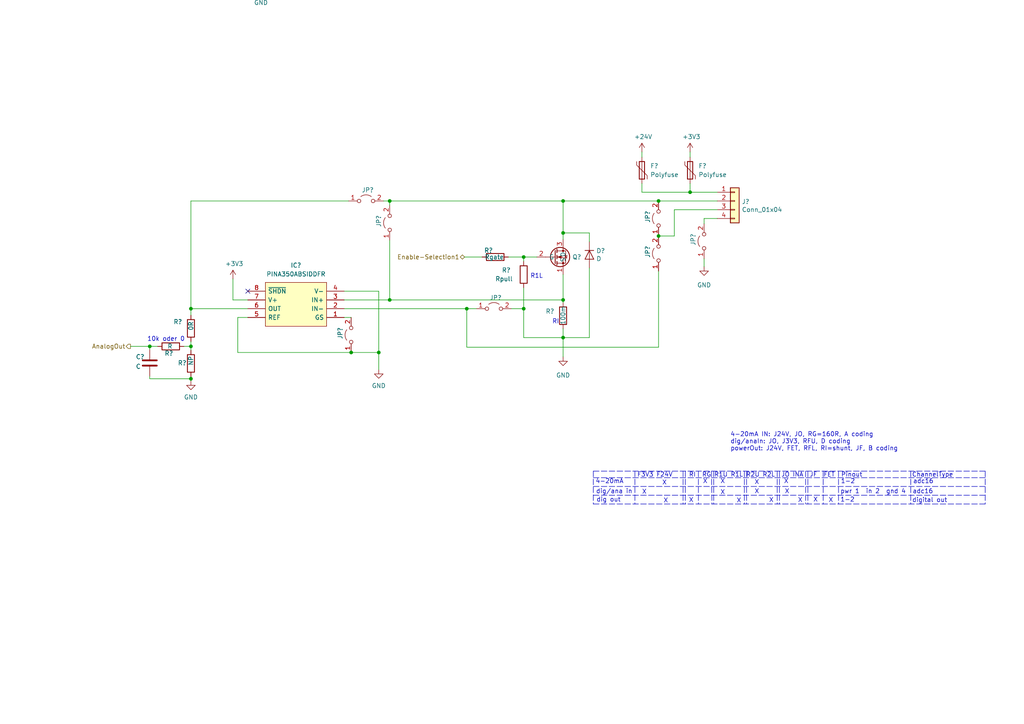
<source format=kicad_sch>
(kicad_sch (version 20211123) (generator eeschema)
  (paper "A4")
  (lib_symbols
    (symbol "Connector_Generic:Conn_01x04" (pin_names (offset 1.016) hide)
      (property "Reference" "J" (at 0 5.08 0))
      (property "Value" "Conn_01x04" (at 0 -7.62 0))
      (symbol "Conn_01x04_1_1"
        (rectangle (start -1.27 -4.953) (end 0 -5.207) (stroke (width 0.1524)))
        (rectangle (start -1.27 -2.413) (end 0 -2.667) (stroke (width 0.1524)))
        (rectangle (start -1.27 0.127) (end 0 -0.127) (stroke (width 0.1524)))
        (rectangle (start -1.27 2.667) (end 0 2.413) (stroke (width 0.1524)))
        (rectangle (start -1.27 3.81) (end 1.27 -6.35) (stroke (width 0.254)) (fill (type background)))
        (pin passive line (at -5.08 2.54 0) (length 3.81) (name "Pin_1") (number "1"))
        (pin passive line (at -5.08 0 0) (length 3.81) (name "Pin_2") (number "2"))
        (pin passive line (at -5.08 -2.54 0) (length 3.81) (name "Pin_3") (number "3"))
        (pin passive line (at -5.08 -5.08 0) (length 3.81) (name "Pin_4") (number "4"))
      )
    )
    (symbol "Device:C" (pin_numbers hide) (pin_names (offset 0.254))
      (property "Reference" "C" (at 0.635 2.54 0))
      (property "Value" "C" (at 0.635 -2.54 0))
      (symbol "C_0_1"
        (polyline (pts (xy -2.032 -0.762) (xy 2.032 -0.762)) (stroke (width 0.508)))
        (polyline (pts (xy -2.032 0.762) (xy 2.032 0.762)) (stroke (width 0.508)))
      )
      (symbol "C_1_1"
        (pin passive line (at 0 3.81 270) (length 2.794) (name "~") (number "1"))
        (pin passive line (at 0 -3.81 90) (length 2.794) (name "~") (number "2"))
      )
    )
    (symbol "Device:D" (pin_numbers hide) (pin_names (offset 1.016) hide)
      (property "Reference" "D" (at 0 2.54 0))
      (property "Value" "D" (at 0 -2.54 0))
      (symbol "D_0_1"
        (polyline (pts (xy -1.27 1.27) (xy -1.27 -1.27)) (stroke (width 0.2032)))
        (polyline (pts (xy 1.27 0) (xy -1.27 0)))
        (polyline (pts (xy 1.27 1.27) (xy 1.27 -1.27) (xy -1.27 0) (xy 1.27 1.27)) (stroke (width 0.2032)))
      )
      (symbol "D_1_1"
        (pin passive line (at -3.81 0 0) (length 2.54) (name "K") (number "1"))
        (pin passive line (at 3.81 0 180) (length 2.54) (name "A") (number "2"))
      )
    )
    (symbol "Device:Polyfuse" (pin_numbers hide) (pin_names (offset 0))
      (property "Reference" "F" (at -2.54 0 90))
      (property "Value" "Polyfuse" (at 2.54 0 90))
      (symbol "Polyfuse_0_1"
        (rectangle (start -0.762 2.54) (end 0.762 -2.54) (stroke (width 0.254)))
        (polyline (pts (xy 0 2.54) (xy 0 -2.54)))
        (polyline (pts (xy -1.524 2.54) (xy -1.524 1.524) (xy 1.524 -1.524) (xy 1.524 -2.54)))
      )
      (symbol "Polyfuse_1_1"
        (pin passive line (at 0 3.81 270) (length 1.27) (name "~") (number "1"))
        (pin passive line (at 0 -3.81 90) (length 1.27) (name "~") (number "2"))
      )
    )
    (symbol "Device:R" (pin_numbers hide) (pin_names (offset 0))
      (property "Reference" "R" (at 2.032 0 90))
      (property "Value" "R" (at 0 0 90))
      (symbol "R_0_1"
        (rectangle (start -1.016 -2.54) (end 1.016 2.54) (stroke (width 0.254)))
      )
      (symbol "R_1_1"
        (pin passive line (at 0 3.81 270) (length 1.27) (name "~") (number "1"))
        (pin passive line (at 0 -3.81 90) (length 1.27) (name "~") (number "2"))
      )
    )
    (symbol "Jumper:Jumper_2_Open" (pin_names (offset 0) hide)
      (property "Reference" "JP" (at 0 2.794 0))
      (property "Value" "Jumper_2_Open" (at 0 -2.286 0))
      (symbol "Jumper_2_Open_0_0"
        (circle (center -2.032 0) (radius 0.508))
        (circle (center 2.032 0) (radius 0.508))
      )
      (symbol "Jumper_2_Open_0_1"
        (arc (start 1.524 1.27) (mid 0 1.778) (end -1.524 1.27))
      )
      (symbol "Jumper_2_Open_1_1"
        (pin passive line (at -5.08 0 0) (length 2.54) (name "A") (number "1"))
        (pin passive line (at 5.08 0 180) (length 2.54) (name "B") (number "2"))
      )
    )
    (symbol "TXV_Library_Symbols:BSZ0902NSATMA1" (pin_names (offset 1.016))
      (property "Reference" "Q" (at -3.81 2.54 0))
      (property "Value" "BSZ0902NSATMA1" (at 11.43 3.81 0))
      (symbol "BSZ0902NSATMA1_1_1"
        (polyline (pts (xy -1.016 0) (xy -3.81 0)))
        (polyline (pts (xy -1.016 1.905) (xy -1.016 -1.905)) (stroke (width 0.254)))
        (polyline (pts (xy -0.508 -1.27) (xy -0.508 -2.286)) (stroke (width 0.254)))
        (polyline (pts (xy -0.508 0.508) (xy -0.508 -0.508)) (stroke (width 0.254)))
        (polyline (pts (xy -0.508 2.286) (xy -0.508 1.27)) (stroke (width 0.254)))
        (polyline (pts (xy 1.27 2.54) (xy 1.27 1.778)))
        (polyline (pts (xy 1.27 -2.54) (xy 1.27 0) (xy -0.508 0)))
        (polyline (pts (xy -0.508 -1.778) (xy 2.032 -1.778) (xy 2.032 1.778) (xy -0.508 1.778)))
        (polyline (pts (xy -0.254 0) (xy 0.762 0.381) (xy 0.762 -0.381) (xy -0.254 0)) (fill (type outline)))
        (polyline (pts (xy 1.524 0.508) (xy 1.651 0.381) (xy 2.413 0.381) (xy 2.54 0.254)))
        (polyline (pts (xy 2.032 0.381) (xy 1.651 -0.254) (xy 2.413 -0.254) (xy 2.032 0.381)))
        (circle (center 0.381 0) (radius 2.794) (stroke (width 0.254)))
        (circle (center 1.27 -1.778) (radius 0.254) (fill (type outline)))
        (circle (center 1.27 1.778) (radius 0.254) (fill (type outline)))
        (pin passive line (at 1.27 -5.08 90) (length 2.54) (name "S") (number "1"))
        (pin input line (at -6.35 0 0) (length 2.54) (name "G") (number "2"))
        (pin passive line (at 1.27 5.08 270) (length 2.54) (name "D") (number "3"))
      )
    )
    (symbol "TXV_Library_Symbols:PINA350ABSIDDFR" (pin_names (offset 0.762))
      (property "Reference" "IC" (at 24.13 7.62 0))
      (property "Value" "PINA350ABSIDDFR" (at 24.13 5.08 0))
      (symbol "PINA350ABSIDDFR_0_0"
        (pin passive line (at 0 0 0) (length 5.08) (name "GS") (number "1"))
        (pin passive line (at 0 -2.54 0) (length 5.08) (name "IN-") (number "2"))
        (pin passive line (at 0 -5.08 0) (length 5.08) (name "IN+") (number "3"))
        (pin passive line (at 0 -7.62 0) (length 5.08) (name "V-") (number "4"))
        (pin passive line (at 27.94 0 180) (length 5.08) (name "REF") (number "5"))
        (pin passive line (at 27.94 -2.54 180) (length 5.08) (name "OUT") (number "6"))
        (pin passive line (at 27.94 -5.08 180) (length 5.08) (name "V+") (number "7"))
        (pin passive line (at 27.94 -7.62 180) (length 5.08) (name "~{SHDN}") (number "8"))
      )
      (symbol "PINA350ABSIDDFR_0_1"
        (polyline (pts (xy 5.08 2.54) (xy 22.86 2.54) (xy 22.86 -10.16) (xy 5.08 -10.16) (xy 5.08 2.54)) (stroke (width 0.1524)) (fill (type background)))
      )
    )
    (symbol "power:+24V" (power) (pin_names (offset 0))
      (property "Value" "+24V" (at 0 3.556 0))
      (symbol "+24V_0_1"
        (polyline (pts (xy -0.762 1.27) (xy 0 2.54)))
        (polyline (pts (xy 0 0) (xy 0 2.54)))
        (polyline (pts (xy 0 2.54) (xy 0.762 1.27)))
      )
      (symbol "+24V_1_1"
        (pin power_in line (at 0 0 90) (length 0) hide (name "+24V") (number "1"))
      )
    )
    (symbol "power:+3.3V" (power) (pin_names (offset 0))
      (property "Value" "+3.3V" (at 0 3.556 0))
      (symbol "+3.3V_0_1"
        (polyline (pts (xy -0.762 1.27) (xy 0 2.54)))
        (polyline (pts (xy 0 0) (xy 0 2.54)))
        (polyline (pts (xy 0 2.54) (xy 0.762 1.27)))
      )
      (symbol "+3.3V_1_1"
        (pin power_in line (at 0 0 90) (length 0) hide (name "+3V3") (number "1"))
      )
    )
    (symbol "power:GND" (power) (pin_names (offset 0))
      (property "Value" "GND" (at 0 -3.81 0))
      (symbol "GND_0_1"
        (polyline (pts (xy 0 0) (xy 0 -1.27) (xy 1.27 -1.27) (xy 0 -2.54) (xy -1.27 -1.27) (xy 0 -1.27)))
      )
      (symbol "GND_1_1"
        (pin power_in line (at 0 0 270) (length 0) hide (name "GND") (number "1"))
      )
    )
  )
  (junction (at 151.892 89.535))
  (junction (at -132.588 82.677))
  (junction (at 200.152 55.753))
  (junction (at 163.322 67.564))
  (junction (at 113.03 58.293))
  (junction (at -55.88 78.994))
  (junction (at 135.382 89.535))
  (junction (at 75.692 -15.748))
  (junction (at -78.105 84.582))
  (junction (at 86.868 -15.748))
  (junction (at -55.88 78.867))
  (junction (at 191.008 58.293))
  (junction (at -70.993 158.242))
  (junction (at 191.008 68.453))
  (junction (at 163.322 86.995))
  (junction (at 163.322 97.917))
  (junction (at 218.948 -35.306))
  (junction (at 101.854 102.235))
  (junction (at -67.31 74.422))
  (junction (at -55.88 69.342))
  (junction (at -55.88 49.784))
  (junction (at -67.31 56.769))
  (junction (at -86.106 84.582))
  (junction (at 151.892 74.549))
  (junction (at 75.692 -5.08))
  (junction (at 43.434 100.457))
  (junction (at 59.436 -15.748))
  (junction (at 55.372 89.535))
  (junction (at -78.994 158.242))
  (junction (at 55.372 100.457))
  (junction (at 109.855 102.235))
  (junction (at 113.03 86.995))
  (junction (at 163.322 58.293))
  (junction (at 55.372 109.855))
  (junction (at 200.406 -18.034))
  (no_connect (at 88.392 -10.668))
  (no_connect (at -43.18 42.418))
  (no_connect (at -43.18 39.878))
  (no_connect (at 71.882 84.455))
  (no_connect (at -108.966 140.462))
  (no_connect (at -116.078 66.802))
  (polyline (pts (xy 202.565 136.652) (xy 202.565 146.177)))
  (wire (pts (xy -132.588 71.882) (xy -116.078 71.882)))
  (wire (pts (xy -55.88 78.994) (xy -55.88 80.01)))
  (polyline (pts (xy 206.375 136.652) (xy 206.502 146.177)))
  (wire (pts (xy 113.03 69.723) (xy 113.03 86.995)))
  (wire (pts (xy -55.88 78.867) (xy -55.88 78.994)))
  (wire (pts (xy 163.322 79.629) (xy 163.322 86.995)))
  (wire (pts (xy 75.692 -15.748) (xy 75.692 -13.462)))
  (wire (pts (xy -67.31 65.659) (xy -67.31 74.422)))
  (wire (pts (xy 200.406 -19.304) (xy 200.406 -18.034)))
  (wire (pts (xy 113.03 86.995) (xy 163.322 86.995)))
  (wire (pts (xy -78.105 84.582) (xy -78.105 89.535)))
  (polyline (pts (xy 172.085 136.652) (xy 172.085 146.177)))
  (wire (pts (xy -132.588 71.882) (xy -132.588 73.787)))
  (polyline (pts (xy 243.205 136.652) (xy 243.205 146.177)))
  (wire (pts (xy -56.007 24.003) (xy -56.007 25.4)))
  (wire (pts (xy 55.372 99.06) (xy 55.372 100.457)))
  (wire (pts (xy 37.846 100.457) (xy 43.434 100.457)))
  (wire (pts (xy -118.999 84.582) (xy -86.106 84.582)))
  (wire (pts (xy -55.88 78.867) (xy -59.69 78.867)))
  (wire (pts (xy 75.692 -20.32) (xy 75.692 -18.288)))
  (wire (pts (xy 86.868 -15.748) (xy 88.392 -15.748)))
  (wire (pts (xy 148.336 89.535) (xy 151.892 89.535)))
  (polyline (pts (xy 172.085 136.652) (xy 285.75 136.652)))
  (wire (pts (xy 218.948 -32.766) (xy 218.948 -35.306)))
  (polyline (pts (xy 198.12 136.652) (xy 198.12 146.177)))
  (wire (pts (xy -55.88 37.338) (xy -55.88 49.784)))
  (wire (pts (xy 75.692 -15.748) (xy 86.868 -15.748)))
  (wire (pts (xy -84.455 56.769) (xy -79.375 56.769)))
  (wire (pts (xy 86.868 -15.748) (xy 86.868 -13.208)))
  (wire (pts (xy 222.758 -32.766) (xy 218.948 -32.766)))
  (wire (pts (xy 208.026 63.373) (xy 204.216 63.373)))
  (wire (pts (xy 191.008 58.293) (xy 208.026 58.293)))
  (wire (pts (xy 163.322 97.917) (xy 170.942 97.917)))
  (polyline (pts (xy 172.085 141.097) (xy 285.75 141.097)))
  (wire (pts (xy 200.152 44.069) (xy 200.152 45.593)))
  (wire (pts (xy 218.948 -35.306) (xy 222.758 -35.306)))
  (wire (pts (xy 70.866 -15.748) (xy 75.692 -15.748)))
  (wire (pts (xy -61.214 130.302) (xy -61.214 130.556)))
  (wire (pts (xy 135.382 100.711) (xy 135.382 89.535)))
  (wire (pts (xy 113.03 58.293) (xy 163.322 58.293)))
  (wire (pts (xy 55.372 89.535) (xy 71.882 89.535)))
  (wire (pts (xy -61.214 138.176) (xy -61.214 140.462)))
  (wire (pts (xy -82.804 74.422) (xy -67.31 74.422)))
  (wire (pts (xy 204.216 63.373) (xy 204.216 64.897)))
  (wire (pts (xy 151.892 75.819) (xy 151.892 74.549)))
  (wire (pts (xy -78.994 158.242) (xy -70.993 158.242)))
  (wire (pts (xy 43.434 109.093) (xy 43.434 109.855)))
  (wire (pts (xy 191.008 100.711) (xy 135.382 100.711)))
  (wire (pts (xy 186.182 44.069) (xy 186.182 45.593)))
  (wire (pts (xy 191.008 78.613) (xy 191.008 100.711)))
  (wire (pts (xy -88.138 66.802) (xy -78.105 66.802)))
  (wire (pts (xy -120.396 69.342) (xy -116.078 69.342)))
  (wire (pts (xy -56.007 34.798) (xy -43.18 34.798)))
  (wire (pts (xy 113.03 58.293) (xy 113.03 59.563)))
  (wire (pts (xy 195.58 60.833) (xy 195.58 68.453)))
  (wire (pts (xy -70.993 140.462) (xy -70.993 158.242)))
  (wire (pts (xy 204.216 75.057) (xy 204.216 77.343)))
  (wire (pts (xy -48.26 49.784) (xy -55.88 49.784)))
  (wire (pts (xy -132.588 81.407) (xy -132.588 82.677)))
  (wire (pts (xy -67.31 58.039) (xy -67.31 56.769)))
  (wire (pts (xy 43.434 100.457) (xy 43.434 101.473)))
  (wire (pts (xy -67.31 74.422) (xy -59.69 74.422)))
  (wire (pts (xy -59.69 78.867) (xy -59.69 74.422)))
  (wire (pts (xy 200.406 -16.764) (xy 200.406 -18.034)))
  (wire (pts (xy 200.406 -35.306) (xy 218.948 -35.306)))
  (wire (pts (xy -82.804 71.882) (xy -82.804 74.422)))
  (wire (pts (xy -132.588 91.567) (xy -132.588 92.837)))
  (wire (pts (xy -81.026 143.002) (xy -57.404 143.002)))
  (wire (pts (xy 151.892 83.439) (xy 151.892 89.535)))
  (wire (pts (xy 151.892 74.549) (xy 155.702 74.549)))
  (wire (pts (xy 200.152 53.213) (xy 200.152 55.753)))
  (wire (pts (xy -55.88 61.849) (xy -55.88 69.342)))
  (wire (pts (xy 163.322 95.377) (xy 163.322 97.917)))
  (polyline (pts (xy 234.315 136.652) (xy 234.315 146.177)))
  (wire (pts (xy 53.34 100.457) (xy 55.372 100.457)))
  (wire (pts (xy -55.88 49.784) (xy -55.88 51.689)))
  (wire (pts (xy -56.007 33.02) (xy -56.007 34.798)))
  (wire (pts (xy 43.434 109.855) (xy 55.372 109.855)))
  (wire (pts (xy 163.322 86.995) (xy 163.322 87.757)))
  (polyline (pts (xy 215.9 136.652) (xy 215.9 146.177)))
  (wire (pts (xy -118.11 145.542) (xy -108.966 145.542)))
  (wire (pts (xy -81.026 140.462) (xy -70.993 140.462)))
  (wire (pts (xy 170.942 70.104) (xy 170.942 67.564)))
  (wire (pts (xy -57.404 148.082) (xy -60.96 148.082)))
  (wire (pts (xy 43.434 100.457) (xy 45.72 100.457)))
  (wire (pts (xy 200.152 55.753) (xy 186.182 55.753)))
  (wire (pts (xy -132.588 82.677) (xy -138.938 82.677)))
  (wire (pts (xy 67.564 86.995) (xy 71.882 86.995)))
  (wire (pts (xy 99.822 89.535) (xy 135.382 89.535)))
  (wire (pts (xy -55.88 69.977) (xy -55.88 69.342)))
  (polyline (pts (xy 172.085 146.177) (xy 285.75 146.177)))
  (wire (pts (xy -78.105 66.802) (xy -78.105 84.582)))
  (wire (pts (xy 170.942 77.724) (xy 170.942 97.917)))
  (polyline (pts (xy 198.755 136.652) (xy 198.755 146.177)))
  (polyline (pts (xy 264.16 136.652) (xy 264.16 146.177)))
  (wire (pts (xy -108.966 148.082) (xy -111.887 148.082)))
  (wire (pts (xy -55.88 37.338) (xy -43.18 37.338)))
  (wire (pts (xy 200.406 -39.497) (xy 200.406 -37.846)))
  (wire (pts (xy 151.892 97.917) (xy 163.322 97.917)))
  (wire (pts (xy 208.026 60.833) (xy 195.58 60.833)))
  (wire (pts (xy 111.252 58.293) (xy 113.03 58.293)))
  (wire (pts (xy -116.078 74.422) (xy -118.999 74.422)))
  (wire (pts (xy -111.887 158.242) (xy -78.994 158.242)))
  (wire (pts (xy -57.404 140.462) (xy -61.214 140.462)))
  (wire (pts (xy 200.406 -9.144) (xy 200.406 -7.874)))
  (polyline (pts (xy 184.15 136.652) (xy 184.15 146.177)))
  (wire (pts (xy -113.284 136.906) (xy -113.284 143.002)))
  (wire (pts (xy -48.26 52.324) (xy -48.26 49.784)))
  (wire (pts (xy 55.372 109.22) (xy 55.372 109.855)))
  (wire (pts (xy 55.372 58.293) (xy 101.092 58.293)))
  (wire (pts (xy 218.694 -30.226) (xy 218.694 -25.654)))
  (wire (pts (xy 99.822 84.455) (xy 109.855 84.455)))
  (wire (pts (xy 86.868 -13.208) (xy 88.392 -13.208)))
  (wire (pts (xy -48.26 78.994) (xy -55.88 78.994)))
  (wire (pts (xy 222.758 -30.226) (xy 218.694 -30.226)))
  (wire (pts (xy 200.406 -26.924) (xy 200.406 -35.306)))
  (wire (pts (xy 101.854 92.075) (xy 99.822 92.075)))
  (wire (pts (xy 67.564 80.899) (xy 67.564 86.995)))
  (wire (pts (xy 109.855 84.455) (xy 109.855 102.235)))
  (polyline (pts (xy 172.085 143.637) (xy 285.75 143.637)))
  (wire (pts (xy 71.882 92.075) (xy 68.961 92.075)))
  (wire (pts (xy 59.436 -5.842) (xy 59.436 -5.08)))
  (wire (pts (xy 55.88 -15.748) (xy 59.436 -15.748)))
  (polyline (pts (xy 216.535 136.652) (xy 216.535 146.177)))
  (wire (pts (xy 75.692 -28.956) (xy 75.692 -27.94)))
  (wire (pts (xy 195.58 68.453) (xy 191.008 68.453)))
  (wire (pts (xy 55.372 109.855) (xy 55.372 110.49)))
  (wire (pts (xy 59.436 -15.748) (xy 59.436 -13.462)))
  (polyline (pts (xy 238.76 136.652) (xy 238.76 146.177)))
  (polyline (pts (xy 285.75 136.652) (xy 285.75 146.177)))
  (wire (pts (xy 55.372 89.535) (xy 55.372 58.293)))
  (wire (pts (xy -55.88 77.597) (xy -55.88 78.867)))
  (wire (pts (xy -86.106 84.582) (xy -78.105 84.582)))
  (wire (pts (xy 68.961 92.075) (xy 68.961 102.235)))
  (wire (pts (xy 75.692 -5.08) (xy 75.692 -4.572)))
  (wire (pts (xy -111.887 148.082) (xy -111.887 158.242)))
  (wire (pts (xy 163.322 97.917) (xy 163.322 103.505)))
  (wire (pts (xy -120.396 63.246) (xy -120.396 69.342)))
  (wire (pts (xy 134.747 74.549) (xy 139.827 74.549)))
  (wire (pts (xy -132.588 83.947) (xy -132.588 82.677)))
  (wire (pts (xy -81.026 145.542) (xy -57.404 145.542)))
  (wire (pts (xy -71.755 56.769) (xy -67.31 56.769)))
  (wire (pts (xy 208.026 55.753) (xy 200.152 55.753)))
  (wire (pts (xy 99.822 86.995) (xy 113.03 86.995)))
  (polyline (pts (xy 225.425 136.652) (xy 225.425 146.177)))
  (wire (pts (xy -70.993 158.242) (xy -70.993 163.195)))
  (wire (pts (xy -60.96 148.082) (xy -60.96 149.352)))
  (wire (pts (xy 55.372 100.457) (xy 55.372 101.6)))
  (wire (pts (xy 163.322 67.564) (xy 170.942 67.564)))
  (wire (pts (xy 109.855 102.235) (xy 109.855 107.188)))
  (wire (pts (xy -78.994 148.082) (xy -81.026 148.082)))
  (wire (pts (xy 163.322 58.293) (xy 191.008 58.293)))
  (polyline (pts (xy 172.085 138.557) (xy 285.75 138.557)))
  (wire (pts (xy 186.182 53.213) (xy 186.182 55.753)))
  (wire (pts (xy 68.961 102.235) (xy 101.854 102.235)))
  (wire (pts (xy 135.382 89.535) (xy 138.176 89.535)))
  (wire (pts (xy -113.284 143.002) (xy -108.966 143.002)))
  (wire (pts (xy -67.31 56.769) (xy -63.5 56.769)))
  (polyline (pts (xy 226.06 136.652) (xy 226.06 146.177)))
  (wire (pts (xy 75.692 -18.288) (xy 88.392 -18.288)))
  (wire (pts (xy 59.436 -15.748) (xy 63.246 -15.748)))
  (wire (pts (xy 151.892 89.535) (xy 151.892 97.917)))
  (wire (pts (xy 163.322 67.564) (xy 163.322 58.293)))
  (wire (pts (xy 147.447 74.549) (xy 151.892 74.549)))
  (wire (pts (xy 101.854 102.235) (xy 109.855 102.235)))
  (polyline (pts (xy 207.01 136.652) (xy 207.01 146.177)))
  (wire (pts (xy -88.138 69.342) (xy -55.88 69.342)))
  (wire (pts (xy -86.106 74.422) (xy -88.138 74.422)))
  (wire (pts (xy -118.999 74.422) (xy -118.999 84.582)))
  (wire (pts (xy -88.138 71.882) (xy -82.804 71.882)))
  (wire (pts (xy 163.322 67.564) (xy 163.322 69.469)))
  (wire (pts (xy 59.436 -5.08) (xy 75.692 -5.08)))
  (wire (pts (xy 75.692 -5.842) (xy 75.692 -5.08)))
  (polyline (pts (xy 233.68 136.652) (xy 233.68 146.177)))
  (wire (pts (xy 200.406 -48.641) (xy 200.406 -47.117)))
  (wire (pts (xy 200.406 -18.034) (xy 194.056 -18.034)))
  (wire (pts (xy -48.26 59.944) (xy -48.26 78.994)))
  (wire (pts (xy 200.406 -37.846) (xy 222.758 -37.846)))
  (wire (pts (xy 55.372 89.535) (xy 55.372 91.44)))
  (text "X" (at 235.839 145.796 0) (effects (font (size 1.27 1.27)) (justify left bottom)))
  (text "X" (at 199.771 145.923 0) (effects (font (size 1.27 1.27)) (justify left bottom)))
  (text "X" (at 203.835 140.462 0) (effects (font (size 1.27 1.27)) (justify left bottom)))
  (text "digital out" (at 264.541 145.923 0) (effects (font (size 1.27 1.27)) (justify left bottom)))
  (text "X" (at 186.182 143.51 0) (effects (font (size 1.27 1.27)) (justify left bottom)))
  (text "RI" (at 160.147 94.107 0) (effects (font (size 1.27 1.27)) (justify left bottom)))
  (text "4-20mA IN: J24V, JO, RG=160R, A coding\ndig/anaIn: JO, J3V3, RFU, D coding\npowerOut: J24V, FET, RFL, RI=shunt, JF, B coding" (at 211.836 130.937 0) (effects (font (size 1.27 1.27)) (justify left bottom)))
  (text "adc16" (at 264.668 143.383 0) (effects (font (size 1.27 1.27)) (justify left bottom)))
  (text "R1L" (at 153.797 80.899 0) (effects (font (size 1.27 1.27)) (justify left bottom)))
  (text "X" (at 227.584 143.383 0) (effects (font (size 1.27 1.27)) (justify left bottom)))
  (text "X" (at 218.821 140.716 0) (effects (font (size 1.27 1.27)) (justify left bottom)))
  (text "X" (at 240.284 145.923 0) (effects (font (size 1.27 1.27)) (justify left bottom)))
  (text "X" (at 208.915 140.462 0) (effects (font (size 1.27 1.27)) (justify left bottom)))
  (text "dig/ana in" (at 172.847 143.383 0) (effects (font (size 1.27 1.27)) (justify left bottom)))
  (text "1-2" (at 243.84 140.462 0) (effects (font (size 1.27 1.27)) (justify left bottom)))
  (text "X" (at 192.024 140.843 0) (effects (font (size 1.27 1.27)) (justify left bottom)))
  (text "adc16" (at 264.795 140.462 0) (effects (font (size 1.27 1.27)) (justify left bottom)))
  (text "F3V3 F24V     RI  RG R1U R1L R2U R2L  JO INA  JF  FET  Pinout               ChannelType" (at 184.785 138.557 0) (effects (font (size 1.27 1.27)) (justify left bottom)))
  (text "R1L" (at -65.405 63.119 0) (effects (font (size 1.27 1.27)) (justify left bottom)))
  (text "RI" (at -59.055 76.327 0) (effects (font (size 1.27 1.27)) (justify left bottom)))
  (text "4-20mA" (at 172.72 140.462 0) (effects (font (size 1.27 1.27)) (justify left bottom)))
  (text "10k oder 0" (at 42.672 99.187 0) (effects (font (size 1.27 1.27)) (justify left bottom)))
  (text "X" (at 218.821 143.383 0) (effects (font (size 1.27 1.27)) (justify left bottom)))
  (text "dig out" (at 172.974 145.796 0) (effects (font (size 1.27 1.27)) (justify left bottom)))
  (text "Bridge" (at -86.106 127.762 0) (effects (font (size 1.27 1.27)) (justify left bottom)))
  (text "X" (at 231.394 145.923 0) (effects (font (size 1.27 1.27)) (justify left bottom)))
  (text "pwr 1  in 2  gnd 4" (at 243.713 143.383 0) (effects (font (size 1.27 1.27)) (justify left bottom)))
  (text "X" (at 208.915 143.637 0) (effects (font (size 1.27 1.27)) (justify left bottom)))
  (text "4 - 20 mA" (at 83.82 -30.988 0) (effects (font (size 1.27 1.27)) (justify left bottom)))
  (text "X" (at 227.33 140.462 0) (effects (font (size 1.27 1.27)) (justify left bottom)))
  (text "Digital Out" (at -91.694 41.275 0) (effects (font (size 1.27 1.27)) (justify left bottom)))
  (text "X" (at 192.405 146.05 0) (effects (font (size 1.27 1.27)) (justify left bottom)))
  (text "1-2" (at 243.713 145.796 0) (effects (font (size 1.27 1.27)) (justify left bottom)))
  (text "X" (at 223.012 145.923 0) (effects (font (size 1.27 1.27)) (justify left bottom)))
  (text "X" (at 213.614 146.05 0) (effects (font (size 1.27 1.27)) (justify left bottom)))
  (text "Digital/Analog In" (at 212.852 -52.07 0) (effects (font (size 1.27 1.27)) (justify left bottom)))
  (hierarchical_label "AnalogOut" (shape output) (at -138.938 82.677 180))
  (hierarchical_label "AnalogOut" (shape output) (at 37.846 100.457 180))
  (hierarchical_label "AnalogOut" (shape output) (at -118.11 145.542 180))
  (hierarchical_label "Enable-Selection1" (shape bidirectional) (at 134.747 74.549 180))
  (hierarchical_label "AnalogOut" (shape output) (at 194.056 -18.034 180))
  (hierarchical_label "AnalogOut" (shape output) (at 55.88 -15.748 180))
  (hierarchical_label "Enable-Selection1" (shape bidirectional) (at -84.455 56.769 180))
  (symbol (lib_id "Connector_Generic:Conn_01x04") (at 227.838 -35.306 0)
    (property "Reference" "J3" (at 229.87 -35.1028 0) (effects (justify left)))
    (property "Value" "Conn_01x04" (at 229.87 -32.7914 0) (effects (justify left)))
    (property "Footprint" "TXV_Library_Footprints:TE_M12_4_Pin_PCB" (effects hide))
  )
  (symbol (lib_id "Connector_Generic:Conn_01x04") (at 93.472 -15.748 0)
    (property "Reference" "J?" (at 95.504 -15.5448 0) (effects (justify left)))
    (property "Value" "Conn_01x04" (at 95.504 -13.2334 0) (effects (justify left)))
    (property "Footprint" "TXV_Library_Footprints:TE_M12_4_Pin_PCB" (effects hide))
  )
  (symbol (lib_id "TXV_Library_Symbols:BSZ0902NSATMA1") (at -57.15 56.769 0)
    (property "Reference" "Q?" (at -53.213 56.769 0) (effects (justify left)))
    (property "Value" "BSZ0902NSATMA1" (effects hide))
    (property "Footprint" "TXV_Library_Footprints:PG_TSDSON-8" (effects hide))
  )
  (symbol (lib_id "Connector_Generic:Conn_01x04") (at -38.1 37.338 0)
    (property "Reference" "J?" (at -36.068 37.5412 0) (effects (justify left)))
    (property "Value" "Conn_01x04" (at -36.068 39.8526 0) (effects (justify left)))
    (property "Footprint" "TXV_Library_Footprints:TE_M12_4_Pin_PCB" (effects hide))
  )
  (symbol (lib_id "Device:R") (at 67.056 -15.748 90)
    (property "Reference" "R?" (at 68.326 -17.78 90) (effects (justify left)))
    (property "Value" "10k" (at 68.58 -15.748 90) (effects (justify left)))
    (property "Footprint" "Resistor_SMD:R_0603_1608Metric" (effects hide))
  )
  (symbol (lib_id "power:GND") (at 204.216 77.343 0)
    (property "Reference" "#PWR?" (effects hide))
    (property "Value" "GND" (at 204.216 82.677 0))
  )
  (symbol (lib_id "power:+3.3V") (at 67.564 80.899 0)
    (property "Reference" "#PWR?" (effects hide))
    (property "Value" "+3.3V" (at 67.945 76.5048 0))
  )
  (symbol (lib_id "Device:R") (at 55.372 105.41 0)
    (property "Reference" "R?" (at 51.562 105.283 0) (effects (justify left)))
    (property "Value" "NP" (at 55.372 106.045 90) (effects (justify left)))
    (property "Footprint" "Resistor_SMD:R_0603_1608Metric" (effects hide))
  )
  (symbol (lib_id "TXV_Library_Symbols:BSZ0902NSATMA1") (at 162.052 74.549 0)
    (property "Reference" "Q?" (at 165.989 74.549 0) (effects (justify left)))
    (property "Value" "BSZ0902NSATMA1" (effects hide))
    (property "Footprint" "TXV_Library_Footprints:PG_TSDSON-8" (effects hide))
  )
  (symbol (lib_id "power:GND") (at 218.694 -25.654 0)
    (property "Reference" "#PWR?" (effects hide))
    (property "Value" "GND" (at 218.694 -20.32 0))
  )
  (symbol (lib_id "power:+3.3V") (at 200.406 -48.641 0)
    (property "Reference" "#PWR017" (effects hide))
    (property "Value" "+3.3V" (at 200.787 -53.0352 0))
  )
  (symbol (lib_id "power:GND") (at 55.372 110.49 0)
    (property "Reference" "#PWR?" (effects hide))
    (property "Value" "GND" (at 55.372 115.189 0))
  )
  (symbol (lib_id "Jumper:Jumper_2_Open") (at 191.008 63.373 90)
    (property "Reference" "JP?" (at 187.833 64.643 0) (effects (justify left)))
    (property "Value" "Jumper_2_Open" (effects hide))
    (property "Footprint" "Jumper:SolderJumper-2_P1.3mm_Open_TrianglePad1.0x1.5mm" (effects hide))
  )
  (symbol (lib_id "TXV_Library_Symbols:PINA350ABSIDDFR") (at -88.138 74.422 180)
    (property "Reference" "IC?" (at -102.108 59.309 0))
    (property "Value" "PINA350ABSIDDFR" (at -102.108 61.849 0))
    (property "Footprint" "TXV_Library_Footprints:SOT65P280X110-8N" (effects hide))
    (property "Datasheet" "https://www.ti.com/lit/ds/symlink/ina350.pdf?ts=1645143706286&ref_url=https%253A%252F%252Fwww.ti.com%252Fproduct%252FINA350" (effects hide))
    (property "Description" "INA350 Cost and Size Optimized, Low Power, 1.8-V to 5.5-V Selectable Gain Instrumentation Amplifier" (effects hide))
    (property "Height" "1.1" (effects hide))
    (property "Manufacturer_Name" "Texas Instruments" (effects hide))
    (property "Manufacturer_Part_Number" "PINA350ABSIDDFR" (effects hide))
  )
  (symbol (lib_id "Connector_Generic:Conn_01x04") (at -52.324 143.002 0)
    (property "Reference" "J?" (at -50.292 143.2052 0) (effects (justify left)))
    (property "Value" "Conn_01x04" (at -50.292 145.5166 0) (effects (justify left)))
    (property "Footprint" "TXV_Library_Footprints:TE_M12_4_Pin_PCB" (effects hide))
  )
  (symbol (lib_id "Device:Polyfuse") (at -61.214 134.366 0)
    (property "Reference" "F?" (at -58.801 133.0959 0) (effects (justify left)))
    (property "Value" "Polyfuse" (at -58.801 135.6359 0) (effects (justify left)))
    (property "Footprint" "TXV_Library_Footprints:0805L110SL PPTC Polyfuse Littelfuse" (effects hide))
  )
  (symbol (lib_id "Device:R") (at -67.31 61.849 0)
    (property "Reference" "R?" (at -73.66 60.579 0) (effects (justify left)))
    (property "Value" "Rpull" (at -75.565 63.119 0) (effects (justify left)))
    (property "Footprint" "Resistor_SMD:R_0603_1608Metric" (effects hide))
  )
  (symbol (lib_id "power:+3.3V") (at 200.152 44.069 0)
    (property "Reference" "#PWR?" (effects hide))
    (property "Value" "+3.3V" (at 200.533 39.6748 0))
  )
  (symbol (lib_id "Device:Polyfuse") (at 200.406 -43.307 0)
    (property "Reference" "F1" (at 202.819 -44.5771 0) (effects (justify left)))
    (property "Value" "Polyfuse" (at 202.819 -42.0371 0) (effects (justify left)))
    (property "Footprint" "TXV_Library_Footprints:0805L110SL PPTC Polyfuse Littelfuse" (effects hide))
  )
  (symbol (lib_id "power:GND") (at 109.855 107.188 0)
    (property "Reference" "#PWR?" (effects hide))
    (property "Value" "GND" (at 109.855 111.887 0))
  )
  (symbol (lib_id "Device:R") (at -132.588 87.757 0)
    (property "Reference" "R?" (at -137.668 85.852 0) (effects (justify left)))
    (property "Value" "NP" (at -132.588 88.392 90) (effects (justify left)))
    (property "Footprint" "Resistor_SMD:R_0603_1608Metric" (effects hide))
  )
  (symbol (lib_id "Device:Polyfuse") (at 186.182 49.403 0)
    (property "Reference" "F?" (at 188.595 48.1329 0) (effects (justify left)))
    (property "Value" "Polyfuse" (at 188.595 50.6729 0) (effects (justify left)))
    (property "Footprint" "TXV_Library_Footprints:0805L110SL PPTC Polyfuse Littelfuse" (effects hide))
  )
  (symbol (lib_id "Jumper:Jumper_2_Open") (at -78.994 153.162 90)
    (property "Reference" "JP?" (at -82.169 154.432 0) (effects (justify left)))
    (property "Value" "Jumper_2_Open" (effects hide))
    (property "Footprint" "Jumper:SolderJumper-2_P1.3mm_Open_TrianglePad1.0x1.5mm" (effects hide))
  )
  (symbol (lib_id "power:GND") (at 75.692 -4.572 0)
    (property "Reference" "#PWR0104" (effects hide))
    (property "Value" "GND" (at 75.692 0.762 0))
  )
  (symbol (lib_id "TXV_Library_Symbols:PINA350ABSIDDFR") (at 99.822 92.075 180)
    (property "Reference" "IC?" (at 85.852 76.962 0))
    (property "Value" "PINA350ABSIDDFR" (at 85.852 79.502 0))
    (property "Footprint" "TXV_Library_Footprints:SOT65P280X110-8N" (effects hide))
    (property "Datasheet" "https://www.ti.com/lit/ds/symlink/ina350.pdf?ts=1645143706286&ref_url=https%253A%252F%252Fwww.ti.com%252Fproduct%252FINA350" (effects hide))
    (property "Description" "INA350 Cost and Size Optimized, Low Power, 1.8-V to 5.5-V Selectable Gain Instrumentation Amplifier" (effects hide))
    (property "Height" "1.1" (effects hide))
    (property "Manufacturer_Name" "Texas Instruments" (effects hide))
    (property "Manufacturer_Part_Number" "PINA350ABSIDDFR" (effects hide))
  )
  (symbol (lib_id "Device:Polyfuse") (at 75.692 -24.13 0)
    (property "Reference" "F?" (at 78.105 -25.4001 0) (effects (justify left)))
    (property "Value" "Polyfuse" (at 78.105 -22.8601 0) (effects (justify left)))
    (property "Footprint" "TXV_Library_Footprints:0805L110SL PPTC Polyfuse Littelfuse" (effects hide))
  )
  (symbol (lib_id "power:+3.3V") (at -113.284 136.906 0)
    (property "Reference" "#PWR?" (effects hide))
    (property "Value" "+3.3V" (at -112.903 132.5118 0))
  )
  (symbol (lib_id "Jumper:Jumper_2_Open") (at 101.854 97.155 90)
    (property "Reference" "JP?" (at 98.679 98.425 0) (effects (justify left)))
    (property "Value" "Jumper_2_Open" (effects hide))
    (property "Footprint" "Jumper:SolderJumper-2_P1.3mm_Open_TrianglePad1.0x1.5mm" (effects hide))
  )
  (symbol (lib_id "Device:R") (at 163.322 91.567 0)
    (property "Reference" "R?" (at 158.242 90.297 0) (effects (justify left)))
    (property "Value" "100m" (at 163.322 94.234 90) (effects (justify left)))
    (property "Footprint" "Resistor_SMD:R_0603_1608Metric" (effects hide))
  )
  (symbol (lib_id "power:+24V") (at -56.007 24.003 0)
    (property "Reference" "#PWR0107" (effects hide))
    (property "Value" "+24V" (at -55.626 19.6088 0))
  )
  (symbol (lib_id "Device:C") (at 43.434 105.283 0)
    (property "Reference" "C?" (at 39.37 103.505 0) (effects (justify left)))
    (property "Value" "C" (at 39.37 106.299 0) (effects (justify left)))
  )
  (symbol (lib_id "power:GND") (at -132.588 92.837 0)
    (property "Reference" "#PWR0103" (effects hide))
    (property "Value" "GND" (at -132.588 97.536 0))
  )
  (symbol (lib_id "power:+24V") (at 75.692 -28.956 0)
    (property "Reference" "#PWR0106" (effects hide))
    (property "Value" "+24V" (at 76.073 -33.3502 0))
  )
  (symbol (lib_id "Jumper:Jumper_2_Open") (at 191.008 73.533 90)
    (property "Reference" "JP?" (at 187.833 74.803 0) (effects (justify left)))
    (property "Value" "Jumper_2_Open" (effects hide))
    (property "Footprint" "Jumper:SolderJumper-2_P1.3mm_Open_TrianglePad1.0x1.5mm" (effects hide))
  )
  (symbol (lib_id "Device:R") (at 200.406 -23.114 0)
    (property "Reference" "R1" (at 195.326 -25.019 0) (effects (justify left)))
    (property "Value" "0R" (at 200.406 -22.479 90) (effects (justify left)))
    (property "Footprint" "Resistor_SMD:R_0603_1608Metric" (effects hide))
  )
  (symbol (lib_id "Device:D") (at -48.26 56.134 270)
    (property "Reference" "D?" (at -46.2534 54.9656 90) (effects (justify left)))
    (property "Value" "D" (at -46.2534 57.277 90) (effects (justify left)))
    (property "Footprint" "Diode_SMD:D_SOD-123F" (effects hide))
  )
  (symbol (lib_id "Jumper:Jumper_2_Open") (at 143.256 89.535 0)
    (property "Reference" "JP?" (at 141.986 86.36 0) (effects (justify left)))
    (property "Value" "Jumper_2_Open" (effects hide))
    (property "Footprint" "Jumper:SolderJumper-2_P1.3mm_Open_TrianglePad1.0x1.5mm" (effects hide))
  )
  (symbol (lib_id "Device:R") (at 143.637 74.549 90)
    (property "Reference" "R?" (at 143.002 72.644 90) (effects (justify left)))
    (property "Value" "Rgate" (at 146.177 74.549 90) (effects (justify left)))
    (property "Footprint" "Resistor_SMD:R_0603_1608Metric" (effects hide))
  )
  (symbol (lib_id "Device:R") (at 75.692 -9.652 0)
    (property "Reference" "160R?" (at 68.072 -10.668 0) (effects (justify left)))
    (property "Value" "160R" (at 77.724 -6.985 90) (effects (justify left)))
    (property "Footprint" "Resistor_SMD:R_0603_1608Metric" (effects hide))
  )
  (symbol (lib_id "Jumper:Jumper_2_Open") (at 106.172 58.293 0)
    (property "Reference" "JP?" (at 104.902 55.118 0) (effects (justify left)))
    (property "Value" "Jumper_2_Open" (effects hide))
    (property "Footprint" "Jumper:SolderJumper-2_P1.3mm_Open_TrianglePad1.0x1.5mm" (effects hide))
  )
  (symbol (lib_id "Jumper:Jumper_2_Open") (at 113.03 64.643 90)
    (property "Reference" "JP?" (at 109.855 65.913 0) (effects (justify left)))
    (property "Value" "Jumper_2_Open" (effects hide))
    (property "Footprint" "Jumper:SolderJumper-2_P1.3mm_Open_TrianglePad1.0x1.5mm" (effects hide))
  )
  (symbol (lib_id "Device:D") (at 170.942 73.914 270)
    (property "Reference" "D?" (at 172.9486 72.7456 90) (effects (justify left)))
    (property "Value" "D" (at 172.9486 75.057 90) (effects (justify left)))
    (property "Footprint" "Diode_SMD:D_SOD-123F" (effects hide))
  )
  (symbol (lib_id "power:+24V") (at 186.182 44.069 0)
    (property "Reference" "#PWR?" (effects hide))
    (property "Value" "+24V" (at 186.563 39.6748 0))
  )
  (symbol (lib_id "power:GND") (at -60.96 149.352 0)
    (property "Reference" "#PWR?" (effects hide))
    (property "Value" "GND" (at -60.96 154.686 0))
  )
  (symbol (lib_id "Device:R") (at 200.406 -12.954 0)
    (property "Reference" "R2" (at 195.326 -14.859 0) (effects (justify left)))
    (property "Value" "NP" (at 200.406 -12.319 90) (effects (justify left)))
    (property "Footprint" "Resistor_SMD:R_0603_1608Metric" (effects hide))
  )
  (symbol (lib_id "Device:Polyfuse") (at 200.152 49.403 0)
    (property "Reference" "F?" (at 202.565 48.1329 0) (effects (justify left)))
    (property "Value" "Polyfuse" (at 202.565 50.6729 0) (effects (justify left)))
    (property "Footprint" "TXV_Library_Footprints:0805L110SL PPTC Polyfuse Littelfuse" (effects hide))
  )
  (symbol (lib_id "Device:R") (at -132.588 77.597 0)
    (property "Reference" "R?" (at -137.668 75.692 0) (effects (justify left)))
    (property "Value" "0R" (at -132.588 78.232 90) (effects (justify left)))
    (property "Footprint" "Resistor_SMD:R_0603_1608Metric" (effects hide))
  )
  (symbol (lib_id "Connector_Generic:Conn_01x04") (at 213.106 58.293 0)
    (property "Reference" "J?" (at 215.138 58.4962 0) (effects (justify left)))
    (property "Value" "Conn_01x04" (at 215.138 60.8076 0) (effects (justify left)))
    (property "Footprint" "TXV_Library_Footprints:TE_M12_4_Pin_PCB" (effects hide))
  )
  (symbol (lib_id "power:GND") (at 163.322 103.505 0)
    (property "Reference" "#PWR?" (effects hide))
    (property "Value" "GND" (at 163.322 108.839 0))
  )
  (symbol (lib_id "power:GND") (at 200.406 -7.874 0)
    (property "Reference" "#PWR013" (effects hide))
    (property "Value" "GND" (at 200.406 -3.175 0))
  )
  (symbol (lib_id "Device:R") (at 151.892 79.629 0)
    (property "Reference" "R?" (at 145.542 78.359 0) (effects (justify left)))
    (property "Value" "Rpull" (at 143.637 80.899 0) (effects (justify left)))
    (property "Footprint" "Resistor_SMD:R_0603_1608Metric" (effects hide))
  )
  (symbol (lib_id "power:GND") (at -78.105 89.535 0)
    (property "Reference" "#PWR0139" (effects hide))
    (property "Value" "GND" (at -78.105 94.234 0))
  )
  (symbol (lib_id "power:+3.3V") (at -61.214 130.302 0)
    (property "Reference" "#PWR?" (effects hide))
    (property "Value" "+3.3V" (at -60.833 125.9078 0))
  )
  (symbol (lib_id "power:+3.3V") (at -120.396 63.246 0)
    (property "Reference" "#PWR0102" (effects hide))
    (property "Value" "+3.3V" (at -120.015 58.8518 0))
  )
  (symbol (lib_id "Device:R") (at -55.88 73.787 0)
    (property "Reference" "R?" (at -60.96 72.517 0) (effects (justify left)))
    (property "Value" "100m" (at -55.88 76.454 90) (effects (justify left)))
    (property "Footprint" "Resistor_SMD:R_0603_1608Metric" (effects hide))
  )
  (symbol (lib_id "Jumper:Jumper_2_Open") (at -86.106 79.502 90)
    (property "Reference" "JP?" (at -89.281 80.772 0) (effects (justify left)))
    (property "Value" "Jumper_2_Open" (effects hide))
    (property "Footprint" "Jumper:SolderJumper-2_P1.3mm_Open_TrianglePad1.0x1.5mm" (effects hide))
  )
  (symbol (lib_id "Device:R") (at -75.565 56.769 90)
    (property "Reference" "R?" (at -76.2 54.864 90) (effects (justify left)))
    (property "Value" "Rgate" (at -73.025 56.769 90) (effects (justify left)))
    (property "Footprint" "Resistor_SMD:R_0603_1608Metric" (effects hide))
  )
  (symbol (lib_id "Device:R") (at 55.372 95.25 0)
    (property "Reference" "R?" (at 50.292 93.345 0) (effects (justify left)))
    (property "Value" "0R" (at 55.372 95.885 90) (effects (justify left)))
    (property "Footprint" "Resistor_SMD:R_0603_1608Metric" (effects hide))
  )
  (symbol (lib_id "Device:C") (at 59.436 -9.652 0)
    (property "Reference" "C?" (at 63.5 -10.9221 0) (effects (justify left)))
    (property "Value" "C" (at 63.5 -8.3821 0) (effects (justify left)))
  )
  (symbol (lib_id "power:GND") (at -70.993 163.195 0)
    (property "Reference" "#PWR?" (effects hide))
    (property "Value" "GND" (at -70.993 167.894 0))
  )
  (symbol (lib_id "Jumper:Jumper_2_Open") (at 204.216 69.977 90)
    (property "Reference" "JP?" (at 201.041 71.247 0) (effects (justify left)))
    (property "Value" "Jumper_2_Open" (effects hide))
    (property "Footprint" "Jumper:SolderJumper-2_P1.3mm_Open_TrianglePad1.0x1.5mm" (effects hide))
  )
  (symbol (lib_id "Device:R") (at 49.53 100.457 90)
    (property "Reference" "R?" (at 50.292 102.489 90) (effects (justify left)))
    (property "Value" "R" (at 50.038 100.457 90) (effects (justify left)))
    (property "Footprint" "Resistor_SMD:R_0603_1608Metric" (effects hide))
  )
  (symbol (lib_id "power:GND") (at -55.88 80.01 0)
    (property "Reference" "#PWR0108" (effects hide))
    (property "Value" "GND" (at -55.88 85.344 0))
  )
  (symbol (lib_id "TXV_Library_Symbols:PINA350ABSIDDFR") (at -81.026 148.082 180)
    (property "Reference" "IC?" (at -94.996 132.969 0))
    (property "Value" "PINA350ABSIDDFR" (at -94.996 135.509 0))
    (property "Footprint" "TXV_Library_Footprints:SOT65P280X110-8N" (effects hide))
    (property "Datasheet" "https://www.ti.com/lit/ds/symlink/ina350.pdf?ts=1645143706286&ref_url=https%253A%252F%252Fwww.ti.com%252Fproduct%252FINA350" (effects hide))
    (property "Description" "INA350 Cost and Size Optimized, Low Power, 1.8-V to 5.5-V Selectable Gain Instrumentation Amplifier" (effects hide))
    (property "Height" "1.1" (effects hide))
    (property "Manufacturer_Name" "Texas Instruments" (effects hide))
    (property "Manufacturer_Part_Number" "PINA350ABSIDDFR" (effects hide))
  )
  (symbol (lib_id "Device:Polyfuse") (at -56.007 29.21 0)
    (property "Reference" "F?" (at -53.594 27.9399 0) (effects (justify left)))
    (property "Value" "Polyfuse" (at -53.594 30.4799 0) (effects (justify left)))
    (property "Footprint" "TXV_Library_Footprints:0805L110SL PPTC Polyfuse Littelfuse" (effects hide))
  )
)
</source>
